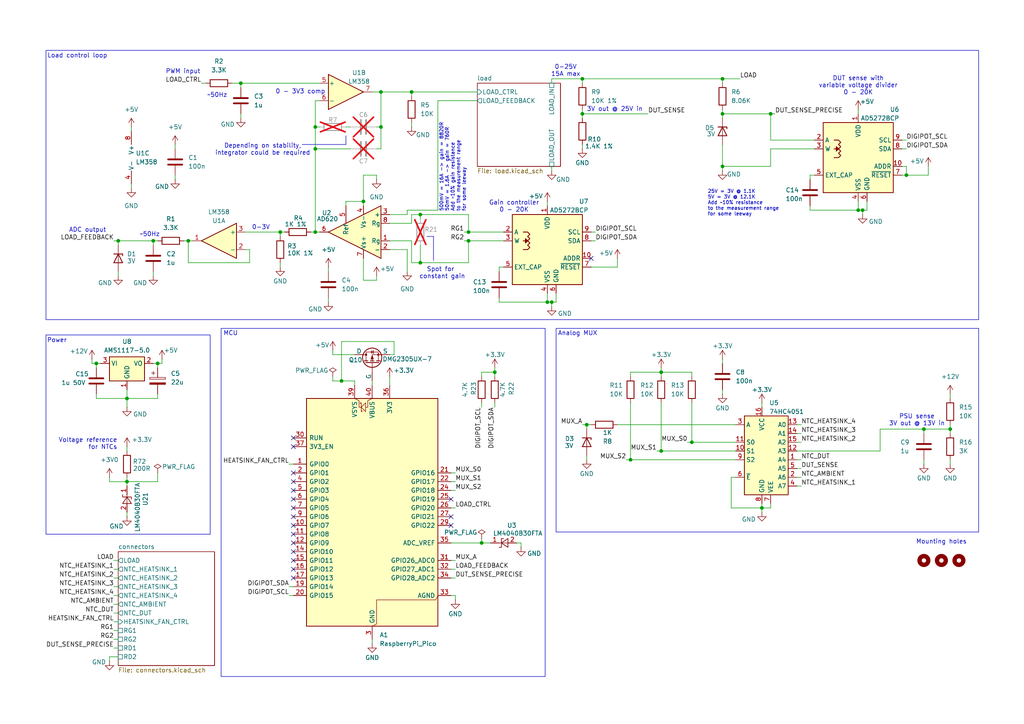
<source format=kicad_sch>
(kicad_sch (version 20250114) (generator "eeschema") (generator_version "9.0")
  (paper "A4")
  (title_block (title "${TITLE}") (rev "${REVISION}"))
  (rectangle (start 13.335 97.155) (end 60.96 154.94))
  (rectangle (start 64.135 95.25) (end 158.115 196.215))
  (rectangle (start 161.29 95.25) (end 283.845 154.305))
  (rectangle (start 13.335 14.605) (end 283.845 92.71))
  (text "~50Hz" (at 62.992 27.686 0) (effects (font (size 1.27 1.27))))
  (text "MCU" (at 64.77 96.774 0) (effects (font (size 1.27 1.27)) (justify left)))
  (text "0-3V" (at 75.692 66.04 0) (effects (font (size 1.27 1.27))))
  (text "25V = 3V @ 1.1K\n5V = 3V @ 12.1K\nAdd ~10% resistance\nto the measurement range \nfor some leeway" (at 205.232 58.928 0) (effects (font (size 1.016 1.016)) (justify left)))
  (text "0 - 3V3 comp" (at 87.122 26.67 0) (effects (font (size 1.27 1.27))))
  (text "Power" (at 16.51 98.806 0) (effects (font (size 1.27 1.27))))
  (text "DUT sense with\nvariable voltage divider\n0 - 20K" (at 248.92 24.892 0) (effects (font (size 1.27 1.27))))
  (text "ADC output" (at 25.4 66.802 0) (effects (font (size 1.27 1.27))))
  (text "Gain controller\n0 - 20K" (at 149.098 59.944 0) (effects (font (size 1.27 1.27))))
  (text "500mV = 16A -> gain = 8820R\n50mV = 1.6A -> gain = 760R\nAdd ~10% gain resistance\nto the measurement range \nfor some leeway" (at 131.318 61.468 90) (effects (font (size 1.016 1.016)) (justify left)))
  (text "PSU sense\n3V out @ 13V in" (at 265.938 121.92 0) (effects (font (size 1.27 1.27))))
  (text "0-25V\n15A max" (at 164.084 20.574 0) (effects (font (size 1.27 1.27))))
  (text "Mounting holes" (at 273.05 157.226 0) (effects (font (size 1.27 1.27))))
  (text "Depending on stability,\nintegrator could be required" (at 76.2 43.434 0) (effects (font (size 1.27 1.27))))
  (text "Analog MUX" (at 161.798 96.774 0) (effects (font (size 1.27 1.27)) (justify left)))
  (text "Load control loop" (at 13.716 16.256 0) (effects (font (size 1.27 1.27)) (justify left)))
  (text "Voltage reference\nfor NTCs" (at 34.036 128.778 0) (effects (font (size 1.27 1.27)) (justify right)))
  (text "Spot for \nconstant gain" (at 128.27 79.248 0) (effects (font (size 1.27 1.27))))
  (text "PWM input" (at 53.086 20.828 0) (effects (font (size 1.27 1.27))))
  (text "3V out @ 25V in" (at 178.308 31.75 0) (effects (font (size 1.27 1.27))))
  (text "~50Hz" (at 43.434 68.072 0) (effects (font (size 1.27 1.27))))
  (junction (at 267.97 124.46))
  (junction (at 223.52 33.02))
  (junction (at 182.88 133.35))
  (junction (at 209.55 48.26))
  (junction (at 110.49 36.83))
  (junction (at 54.61 69.85))
  (junction (at 220.98 147.32))
  (junction (at 27.94 105.41))
  (junction (at 91.44 43.18))
  (junction (at 143.51 107.95))
  (junction (at 91.44 36.83))
  (junction (at 160.02 87.63))
  (junction (at 191.77 107.95))
  (junction (at 69.85 24.13))
  (junction (at 170.18 123.19))
  (junction (at 158.75 87.63))
  (junction (at 91.44 67.31))
  (junction (at 200.66 128.27))
  (junction (at 209.55 22.86))
  (junction (at 119.38 26.67))
  (junction (at 262.89 50.8))
  (junction (at 191.77 130.81))
  (junction (at 209.55 33.02))
  (junction (at 275.59 124.46))
  (junction (at 45.72 105.41))
  (junction (at 36.83 115.57))
  (junction (at 99.06 110.49))
  (junction (at 36.83 139.7))
  (junction (at 139.7 157.48))
  (junction (at 110.49 26.67))
  (junction (at 135.89 69.85))
  (junction (at 34.29 69.85))
  (junction (at 168.91 33.02))
  (junction (at 81.28 67.31))
  (junction (at 250.19 60.96))
  (junction (at 121.92 62.23))
  (junction (at 44.45 69.85))
  (junction (at 248.92 60.96))
  (junction (at 168.91 22.86))
  (junction (at 135.89 67.31))
  (junction (at 105.41 58.42))
  (junction (at 121.92 76.2))
  (no_connect (at 171.45 74.93))
  (no_connect (at 85.09 142.24))
  (no_connect (at 85.09 167.64))
  (no_connect (at 85.09 129.54))
  (no_connect (at 130.81 149.86))
  (no_connect (at 85.09 127))
  (no_connect (at 85.09 165.1))
  (no_connect (at 85.09 149.86))
  (no_connect (at 130.81 152.4))
  (no_connect (at 85.09 154.94))
  (no_connect (at 85.09 162.56))
  (no_connect (at 85.09 137.16))
  (no_connect (at 85.09 147.32))
  (no_connect (at 85.09 144.78))
  (no_connect (at 130.81 144.78))
  (no_connect (at 85.09 152.4))
  (no_connect (at 85.09 157.48))
  (no_connect (at 85.09 160.02))
  (no_connect (at 85.09 139.7))
  (wire (pts (xy 209.55 113.03) (xy 209.55 114.3)))
  (wire (pts (xy 220.98 116.84) (xy 220.98 118.11)))
  (wire (pts (xy 110.49 26.67) (xy 110.49 36.83)))
  (wire (pts (xy 113.03 102.87) (xy 114.3 102.87)))
  (wire (pts (xy 33.02 69.85) (xy 34.29 69.85)))
  (wire (pts (xy 170.18 123.19) (xy 171.45 123.19)))
  (wire (pts (xy 213.36 128.27) (xy 200.66 128.27)))
  (wire (pts (xy 114.3 99.06) (xy 99.06 99.06)))
  (wire (pts (xy 127 29.21) (xy 127 60.96)))
  (wire (pts (xy 200.66 116.84) (xy 200.66 128.27)))
  (wire (pts (xy 34.29 69.85) (xy 44.45 69.85)))
  (wire (pts (xy 45.72 114.3) (xy 45.72 115.57)))
  (wire (pts (xy 36.83 139.7) (xy 36.83 140.97)))
  (wire (pts (xy 168.91 33.02) (xy 187.96 33.02)))
  (wire (pts (xy 143.51 106.68) (xy 143.51 107.95)))
  (wire (pts (xy 130.81 147.32) (xy 132.08 147.32)))
  (wire (pts (xy 107.95 110.49) (xy 107.95 111.76)))
  (wire (pts (xy 261.62 43.18) (xy 262.89 43.18)))
  (wire (pts (xy 50.8 41.91) (xy 50.8 43.18)))
  (wire (pts (xy 135.89 67.31) (xy 135.89 62.23)))
  (wire (pts (xy 171.45 77.47) (xy 179.07 77.47)))
  (wire (pts (xy 33.02 172.72) (xy 34.29 172.72)))
  (wire (pts (xy 46.99 104.14) (xy 46.99 105.41)))
  (wire (pts (xy 119.38 76.2) (xy 121.92 76.2)))
  (wire (pts (xy 36.83 129.54) (xy 36.83 130.81)))
  (wire (pts (xy 135.89 67.31) (xy 146.05 67.31)))
  (wire (pts (xy 100.33 59.69) (xy 100.33 58.42)))
  (wire (pts (xy 151.13 157.48) (xy 151.13 158.75)))
  (wire (pts (xy 231.14 128.27) (xy 232.41 128.27)))
  (wire (pts (xy 119.38 62.23) (xy 121.92 62.23)))
  (wire (pts (xy 231.14 130.81) (xy 255.27 130.81)))
  (wire (pts (xy 223.52 33.02) (xy 224.79 33.02)))
  (wire (pts (xy 255.27 124.46) (xy 267.97 124.46)))
  (wire (pts (xy 69.85 24.13) (xy 69.85 25.4)))
  (wire (pts (xy 130.81 142.24) (xy 132.08 142.24)))
  (wire (pts (xy 144.78 87.63) (xy 158.75 87.63)))
  (wire (pts (xy 275.59 123.19) (xy 275.59 124.46)))
  (wire (pts (xy 168.91 31.75) (xy 168.91 33.02)))
  (wire (pts (xy 82.55 67.31) (xy 81.28 67.31)))
  (wire (pts (xy 182.88 109.22) (xy 182.88 107.95)))
  (wire (pts (xy 139.7 107.95) (xy 143.51 107.95)))
  (wire (pts (xy 27.94 114.3) (xy 27.94 115.57)))
  (wire (pts (xy 83.82 172.72) (xy 85.09 172.72)))
  (wire (pts (xy 209.55 41.91) (xy 209.55 48.26)))
  (wire (pts (xy 105.41 50.8) (xy 109.22 50.8)))
  (wire (pts (xy 160.02 87.63) (xy 160.02 88.9)))
  (wire (pts (xy 190.5 130.81) (xy 191.77 130.81)))
  (wire (pts (xy 191.77 106.68) (xy 191.77 107.95)))
  (wire (pts (xy 146.05 77.47) (xy 144.78 77.47)))
  (wire (pts (xy 34.29 78.74) (xy 34.29 80.01)))
  (wire (pts (xy 223.52 48.26) (xy 223.52 43.18)))
  (wire (pts (xy 209.55 33.02) (xy 209.55 34.29)))
  (wire (pts (xy 179.07 123.19) (xy 213.36 123.19)))
  (wire (pts (xy 130.81 157.48) (xy 139.7 157.48)))
  (wire (pts (xy 130.81 172.72) (xy 132.08 172.72)))
  (wire (pts (xy 213.36 133.35) (xy 182.88 133.35)))
  (wire (pts (xy 119.38 35.56) (xy 119.38 36.83)))
  (wire (pts (xy 58.42 24.13) (xy 59.69 24.13)))
  (wire (pts (xy 234.95 50.8) (xy 234.95 52.07)))
  (wire (pts (xy 234.95 59.69) (xy 234.95 60.96)))
  (wire (pts (xy 91.44 29.21) (xy 91.44 36.83)))
  (wire (pts (xy 92.71 29.21) (xy 91.44 29.21)))
  (wire (pts (xy 158.75 87.63) (xy 160.02 87.63)))
  (wire (pts (xy 267.97 124.46) (xy 275.59 124.46)))
  (wire (pts (xy 44.45 105.41) (xy 45.72 105.41)))
  (wire (pts (xy 99.06 99.06) (xy 99.06 110.49)))
  (wire (pts (xy 33.02 162.56) (xy 34.29 162.56)))
  (wire (pts (xy 248.92 31.75) (xy 248.92 33.02)))
  (wire (pts (xy 95.25 77.47) (xy 95.25 78.74)))
  (wire (pts (xy 31.75 139.7) (xy 31.75 138.43)))
  (wire (pts (xy 143.51 107.95) (xy 143.51 109.22)))
  (wire (pts (xy 29.21 105.41) (xy 27.94 105.41)))
  (wire (pts (xy 168.91 22.86) (xy 209.55 22.86)))
  (wire (pts (xy 96.52 109.22) (xy 96.52 110.49)))
  (wire (pts (xy 134.62 69.85) (xy 135.89 69.85)))
  (wire (pts (xy 144.78 86.36) (xy 144.78 87.63)))
  (wire (pts (xy 139.7 109.22) (xy 139.7 107.95)))
  (wire (pts (xy 31.75 190.5) (xy 34.29 190.5)))
  (wire (pts (xy 231.14 125.73) (xy 232.41 125.73)))
  (wire (pts (xy 81.28 67.31) (xy 81.28 68.58)))
  (wire (pts (xy 38.1 36.83) (xy 38.1 38.1)))
  (wire (pts (xy 168.91 24.13) (xy 168.91 22.86)))
  (wire (pts (xy 130.81 167.64) (xy 132.08 167.64)))
  (wire (pts (xy 262.89 50.8) (xy 269.24 50.8)))
  (wire (pts (xy 209.55 33.02) (xy 223.52 33.02)))
  (wire (pts (xy 248.92 60.96) (xy 250.19 60.96)))
  (wire (pts (xy 119.38 64.77) (xy 119.38 62.23)))
  (wire (pts (xy 26.67 105.41) (xy 27.94 105.41)))
  (wire (pts (xy 36.83 115.57) (xy 45.72 115.57)))
  (wire (pts (xy 119.38 26.67) (xy 138.43 26.67)))
  (wire (pts (xy 209.55 48.26) (xy 223.52 48.26)))
  (wire (pts (xy 261.62 48.26) (xy 262.89 48.26)))
  (wire (pts (xy 191.77 107.95) (xy 200.66 107.95)))
  (wire (pts (xy 107.95 26.67) (xy 110.49 26.67)))
  (wire (pts (xy 132.08 172.72) (xy 132.08 173.99)))
  (wire (pts (xy 220.98 147.32) (xy 220.98 148.59)))
  (wire (pts (xy 160.02 87.63) (xy 161.29 87.63)))
  (wire (pts (xy 114.3 102.87) (xy 114.3 99.06)))
  (wire (pts (xy 182.88 107.95) (xy 191.77 107.95)))
  (wire (pts (xy 231.14 140.97) (xy 232.41 140.97)))
  (wire (pts (xy 143.51 116.84) (xy 143.51 118.11)))
  (wire (pts (xy 91.44 36.83) (xy 92.71 36.83)))
  (wire (pts (xy 223.52 43.18) (xy 236.22 43.18)))
  (wire (pts (xy 209.55 22.86) (xy 214.63 22.86)))
  (wire (pts (xy 83.82 170.18) (xy 85.09 170.18)))
  (wire (pts (xy 110.49 43.18) (xy 110.49 36.83)))
  (wire (pts (xy 160.02 24.13) (xy 160.02 22.86)))
  (wire (pts (xy 209.55 31.75) (xy 209.55 33.02)))
  (wire (pts (xy 267.97 133.35) (xy 267.97 134.62)))
  (wire (pts (xy 231.14 133.35) (xy 232.41 133.35)))
  (wire (pts (xy 212.09 138.43) (xy 213.36 138.43)))
  (wire (pts (xy 130.81 162.56) (xy 132.08 162.56)))
  (wire (pts (xy 234.95 60.96) (xy 248.92 60.96)))
  (wire (pts (xy 113.03 64.77) (xy 119.38 64.77)))
  (wire (pts (xy 236.22 50.8) (xy 234.95 50.8)))
  (wire (pts (xy 212.09 147.32) (xy 220.98 147.32)))
  (wire (pts (xy 113.03 72.39) (xy 118.11 72.39)))
  (wire (pts (xy 31.75 139.7) (xy 36.83 139.7)))
  (wire (pts (xy 113.03 62.23) (xy 118.11 62.23)))
  (wire (pts (xy 168.91 33.02) (xy 168.91 34.29)))
  (wire (pts (xy 119.38 26.67) (xy 119.38 27.94)))
  (wire (pts (xy 267.97 125.73) (xy 267.97 124.46)))
  (wire (pts (xy 71.12 67.31) (xy 81.28 67.31)))
  (wire (pts (xy 223.52 146.05) (xy 223.52 147.32)))
  (polyline (pts (xy 87.63 41.91) (xy 100.33 41.91)))
  (wire (pts (xy 101.6 43.18) (xy 91.44 43.18)))
  (wire (pts (xy 100.33 36.83) (xy 101.6 36.83)))
  (wire (pts (xy 139.7 157.48) (xy 139.7 156.21)))
  (wire (pts (xy 27.94 115.57) (xy 36.83 115.57)))
  (wire (pts (xy 261.62 40.64) (xy 262.89 40.64)))
  (wire (pts (xy 220.98 146.05) (xy 220.98 147.32)))
  (wire (pts (xy 160.02 22.86) (xy 168.91 22.86)))
  (wire (pts (xy 36.83 138.43) (xy 36.83 139.7)))
  (wire (pts (xy 69.85 33.02) (xy 69.85 34.29)))
  (wire (pts (xy 91.44 36.83) (xy 91.44 43.18)))
  (wire (pts (xy 119.38 69.85) (xy 119.38 76.2)))
  (wire (pts (xy 113.03 69.85) (xy 119.38 69.85)))
  (wire (pts (xy 54.61 76.2) (xy 54.61 69.85)))
  (wire (pts (xy 220.98 147.32) (xy 223.52 147.32)))
  (wire (pts (xy 255.27 130.81) (xy 255.27 124.46)))
  (wire (pts (xy 231.14 123.19) (xy 232.41 123.19)))
  (wire (pts (xy 250.19 60.96) (xy 250.19 62.23)))
  (wire (pts (xy 269.24 50.8) (xy 269.24 48.26)))
  (wire (pts (xy 160.02 48.26) (xy 160.02 49.53)))
  (wire (pts (xy 83.82 134.62) (xy 85.09 134.62)))
  (wire (pts (xy 33.02 182.88) (xy 34.29 182.88)))
  (wire (pts (xy 168.91 41.91) (xy 168.91 43.18)))
  (wire (pts (xy 250.19 60.96) (xy 251.46 60.96)))
  (wire (pts (xy 102.87 110.49) (xy 102.87 111.76)))
  (wire (pts (xy 54.61 69.85) (xy 55.88 69.85)))
  (wire (pts (xy 181.61 133.35) (xy 182.88 133.35)))
  (wire (pts (xy 36.83 115.57) (xy 36.83 118.11)))
  (wire (pts (xy 191.77 116.84) (xy 191.77 130.81)))
  (wire (pts (xy 142.24 157.48) (xy 139.7 157.48)))
  (wire (pts (xy 118.11 72.39) (xy 118.11 78.74)))
  (wire (pts (xy 200.66 107.95) (xy 200.66 109.22)))
  (wire (pts (xy 33.02 175.26) (xy 34.29 175.26)))
  (wire (pts (xy 105.41 50.8) (xy 105.41 58.42)))
  (wire (pts (xy 231.14 135.89) (xy 232.41 135.89)))
  (wire (pts (xy 100.33 58.42) (xy 105.41 58.42)))
  (wire (pts (xy 130.81 137.16) (xy 132.08 137.16)))
  (wire (pts (xy 45.72 105.41) (xy 45.72 106.68)))
  (wire (pts (xy 144.78 77.47) (xy 144.78 78.74)))
  (wire (pts (xy 36.83 148.59) (xy 36.83 149.86)))
  (wire (pts (xy 127 60.96) (xy 118.11 60.96)))
  (wire (pts (xy 33.02 167.64) (xy 34.29 167.64)))
  (wire (pts (xy 109.22 50.8) (xy 109.22 52.07)))
  (wire (pts (xy 170.18 132.08) (xy 170.18 133.35)))
  (wire (pts (xy 135.89 69.85) (xy 146.05 69.85)))
  (wire (pts (xy 109.22 43.18) (xy 110.49 43.18)))
  (wire (pts (xy 161.29 85.09) (xy 161.29 87.63)))
  (wire (pts (xy 53.34 69.85) (xy 54.61 69.85)))
  (wire (pts (xy 121.92 76.2) (xy 135.89 76.2)))
  (wire (pts (xy 275.59 114.3) (xy 275.59 115.57)))
  (wire (pts (xy 149.86 157.48) (xy 151.13 157.48)))
  (wire (pts (xy 118.11 60.96) (xy 118.11 62.23)))
  (wire (pts (xy 72.39 76.2) (xy 54.61 76.2)))
  (wire (pts (xy 45.72 139.7) (xy 45.72 137.16)))
  (wire (pts (xy 212.09 138.43) (xy 212.09 147.32)))
  (wire (pts (xy 223.52 40.64) (xy 236.22 40.64)))
  (wire (pts (xy 121.92 62.23) (xy 135.89 62.23)))
  (wire (pts (xy 182.88 116.84) (xy 182.88 133.35)))
  (wire (pts (xy 91.44 43.18) (xy 91.44 67.31)))
  (wire (pts (xy 72.39 72.39) (xy 72.39 76.2)))
  (wire (pts (xy 26.67 104.14) (xy 26.67 105.41)))
  (wire (pts (xy 158.75 58.42) (xy 158.75 59.69)))
  (wire (pts (xy 231.14 138.43) (xy 232.41 138.43)))
  (wire (pts (xy 105.41 81.28) (xy 109.22 81.28)))
  (wire (pts (xy 171.45 69.85) (xy 172.72 69.85)))
  (wire (pts (xy 90.17 67.31) (xy 91.44 67.31)))
  (wire (pts (xy 109.22 81.28) (xy 109.22 80.01)))
  (wire (pts (xy 69.85 24.13) (xy 92.71 24.13)))
  (wire (pts (xy 139.7 116.84) (xy 139.7 118.11)))
  (wire (pts (xy 27.94 105.41) (xy 27.94 106.68)))
  (polyline (pts (xy 100.33 39.37) (xy 100.33 41.91)))
  (wire (pts (xy 31.75 190.5) (xy 31.75 191.77)))
  (wire (pts (xy 261.62 50.8) (xy 262.89 50.8)))
  (wire (pts (xy 50.8 50.8) (xy 50.8 52.07)))
  (wire (pts (xy 36.83 139.7) (xy 45.72 139.7)))
  (wire (pts (xy 99.06 110.49) (xy 102.87 110.49)))
  (wire (pts (xy 275.59 133.35) (xy 275.59 134.62)))
  (wire (pts (xy 248.92 58.42) (xy 248.92 60.96)))
  (wire (pts (xy 107.95 185.42) (xy 107.95 186.69)))
  (wire (pts (xy 33.02 180.34) (xy 34.29 180.34)))
  (wire (pts (xy 130.81 139.7) (xy 132.08 139.7)))
  (wire (pts (xy 121.92 71.12) (xy 121.92 76.2)))
  (wire (pts (xy 223.52 40.64) (xy 223.52 33.02)))
  (wire (pts (xy 170.18 124.46) (xy 170.18 123.19)))
  (wire (pts (xy 134.62 67.31) (xy 135.89 67.31)))
  (wire (pts (xy 45.72 105.41) (xy 46.99 105.41)))
  (wire (pts (xy 121.92 62.23) (xy 121.92 63.5)))
  (wire (pts (xy 209.55 48.26) (xy 209.55 49.53)))
  (wire (pts (xy 138.43 29.21) (xy 127 29.21)))
  (wire (pts (xy 168.91 123.19) (xy 170.18 123.19)))
  (polyline (pts (xy 123.825 68.58) (xy 125.73 68.58)))
  (wire (pts (xy 209.55 104.14) (xy 209.55 105.41)))
  (wire (pts (xy 102.87 102.87) (xy 96.52 102.87)))
  (wire (pts (xy 96.52 102.87) (xy 96.52 101.6)))
  (wire (pts (xy 91.44 67.31) (xy 92.71 67.31)))
  (wire (pts (xy 96.52 110.49) (xy 99.06 110.49)))
  (wire (pts (xy 275.59 124.46) (xy 275.59 125.73)))
  (wire (pts (xy 34.29 69.85) (xy 34.29 71.12)))
  (wire (pts (xy 45.72 69.85) (xy 44.45 69.85)))
  (wire (pts (xy 158.75 85.09) (xy 158.75 87.63)))
  (wire (pts (xy 179.07 77.47) (xy 179.07 74.93)))
  (wire (pts (xy 44.45 69.85) (xy 44.45 71.12)))
  (wire (pts (xy 33.02 165.1) (xy 34.29 165.1)))
  (wire (pts (xy 209.55 24.13) (xy 209.55 22.86)))
  (wire (pts (xy 33.02 187.96) (xy 34.29 187.96)))
  (wire (pts (xy 113.03 109.22) (xy 113.03 111.76)))
  (wire (pts (xy 135.89 69.85) (xy 135.89 76.2)))
  (wire (pts (xy 67.31 24.13) (xy 69.85 24.13)))
  (wire (pts (xy 38.1 53.34) (xy 38.1 54.61)))
  (wire (pts (xy 109.22 36.83) (xy 110.49 36.83)))
  (wire (pts (xy 95.25 86.36) (xy 95.25 87.63)))
  (wire (pts (xy 110.49 26.67) (xy 119.38 26.67)))
  (wire (pts (xy 44.45 78.74) (xy 44.45 80.01)))
  (wire (pts (xy 199.39 128.27) (xy 200.66 128.27)))
  (wire (pts (xy 251.46 58.42) (xy 251.46 60.96)))
  (wire (pts (xy 262.89 48.26) (xy 262.89 50.8)))
  (wire (pts (xy 130.81 165.1) (xy 132.08 165.1)))
  (wire (pts (xy 33.02 185.42) (xy 34.29 185.42)))
  (wire (pts (xy 81.28 76.2) (xy 81.28 77.47)))
  (wire (pts (xy 36.83 113.03) (xy 36.83 115.57)))
  (wire (pts (xy 71.12 72.39) (xy 72.39 72.39)))
  (wire (pts (xy 105.41 74.93) (xy 105.41 81.28)))
  (wire (pts (xy 33.02 170.18) (xy 34.29 170.18)))
  (wire (pts (xy 33.02 177.8) (xy 34.29 177.8)))
  (wire (pts (xy 191.77 107.95) (xy 191.77 109.22)))
  (polyline (pts (xy 125.73 68.58) (xy 125.73 75.565)))
  (wire (pts (xy 213.36 130.81) (xy 191.77 130.81)))
  (wire (pts (xy 105.41 59.69) (xy 105.41 58.42)))
  (wire (pts (xy 171.45 67.31) (xy 172.72 67.31)))
  (label "NTC_HEATSINK_4" (at 33.02 172.72 180))
  (label "MUX_S0" (at 132.08 137.16 0))
  (label "HEATSINK_FAN_CTRL" (at 83.82 134.62 180))
  (label "MUX_S2" (at 132.08 142.24 0))
  (label "DIGIPOT_SCL" (at 262.89 40.64 0))
  (label "DIGIPOT_SCL" (at 172.72 67.31 0))
  (label "NTC_HEATSINK_3" (at 33.02 170.18 180))
  (label "NTC_HEATSINK_4" (at 232.41 123.19 0))
  (label "MUX_S0" (at 199.39 128.27 180))
  (label "NTC_AMBIENT" (at 232.41 138.43 0))
  (label "LOAD_CTRL" (at 58.42 24.13 180))
  (label "HEATSINK_FAN_CTRL" (at 33.02 180.34 180))
  (label "DUT_SENSE" (at 187.96 33.02 0))
  (label "MUX_S2" (at 181.61 133.35 180))
  (label "DIGIPOT_SCL" (at 139.7 118.11 270))
  (label "DIGIPOT_SDA" (at 143.51 118.11 270))
  (label "RG2" (at 134.62 69.85 180))
  (label "LOAD" (at 33.02 162.56 180))
  (label "LOAD_CTRL" (at 132.08 147.32 0))
  (label "NTC_HEATSINK_1" (at 33.02 165.1 180))
  (label "DUT_SENSE_PRECISE" (at 132.08 167.64 0))
  (label "RG2" (at 33.02 185.42 180))
  (label "DUT_SENSE" (at 232.41 135.89 0))
  (label "RG1" (at 33.02 182.88 180))
  (label "DIGIPOT_SCL" (at 83.82 172.72 180))
  (label "NTC_DUT" (at 232.41 133.35 0))
  (label "RG1" (at 134.62 67.31 180))
  (label "DUT_SENSE_PRECISE" (at 224.79 33.02 0))
  (label "LOAD_FEEDBACK" (at 33.02 69.85 180))
  (label "NTC_HEATSINK_1" (at 232.41 140.97 0))
  (label "NTC_AMBIENT" (at 33.02 175.26 180))
  (label "MUX_S1" (at 132.08 139.7 0))
  (label "DIGIPOT_SDA" (at 262.89 43.18 0))
  (label "LOAD_FEEDBACK" (at 132.08 165.1 0))
  (label "NTC_HEATSINK_2" (at 33.02 167.64 180))
  (label "NTC_HEATSINK_3" (at 232.41 125.73 0))
  (label "MUX_A" (at 132.08 162.56 0))
  (label "LOAD" (at 214.63 22.86 0))
  (label "DIGIPOT_SDA" (at 172.72 69.85 0))
  (label "DUT_SENSE_PRECISE" (at 33.02 187.96 180))
  (label "DIGIPOT_SDA" (at 83.82 170.18 180))
  (label "MUX_S1" (at 190.5 130.81 180))
  (label "NTC_HEATSINK_2" (at 232.41 128.27 0))
  (label "NTC_DUT" (at 33.02 177.8 180))
  (label "MUX_A" (at 168.91 123.19 180))
  (symbol (lib_id "Amplifier_Operational:LM358") (at 100.33 26.67 0) (unit 2)
    (property "Reference" "U1" (at 104.14 21.082 0))
    (property "Value" "LM358" (at 104.14 23.622 0))
    (property "Footprint" "Package_SO:SOIC-8_3.9x4.9mm_P1.27mm" (effects (hide yes)))
    (property "Datasheet" "\".\\datasheets\\LM358.pdf\"" (effects (hide yes)))
    (property "Description" "Low-Power, Dual Operational Amplifiers, DIP-8/SOIC-8/TO-99-8" (effects (hide yes)))
    (property "LCSC Part #" "C7950" (effects (hide yes)))
  )
  (symbol (lib_id "Amplifier_Operational:LM358") (at 63.5 69.85 0) (mirror y) (unit 1)
    (property "Reference" "U1" (at 63.5 64.008 0))
    (property "Value" "LM358" (at 63.5 61.468 0))
    (property "Footprint" "Package_SO:SOIC-8_3.9x4.9mm_P1.27mm" (effects (hide yes)))
    (property "Datasheet" "\".\\datasheets\\LM358.pdf\"" (effects (hide yes)))
    (property "Description" "Low-Power, Dual Operational Amplifiers, DIP-8/SOIC-8/TO-99-8" (effects (hide yes)))
    (property "LCSC Part #" "C7950" (effects (hide yes)))
  )
  (symbol (lib_id "Device:R") (at 200.66 113.03 180) (unit 1)
    (property "Reference" "R13" (at 194.564 111.76 0) (effects (justify right)))
    (property "Value" "10K" (at 194.564 114.3 0) (effects (justify right)))
    (property "Footprint" "Resistor_SMD:R_1206_3216Metric_Pad1.30x1.75mm_HandSolder" (effects (hide yes)))
    (property "Description" "Resistor" (effects (hide yes)))
    (property "LCSC Part #" "C17902" (effects (hide yes)))
  )
  (symbol (lib_id "power:+5V") (at 96.52 101.6 0) (unit 1)
    (property "Reference" "#PWR014" (effects (hide yes)))
    (property "Value" "+5V" (at 93.472 100.076 0))
    (property "Description" "Power symbol creates a global label with name \"+5V\"" (effects (hide yes)))
  )
  (symbol (lib_id "Device:C") (at 27.94 110.49 180) (unit 1)
    (property "Reference" "C15" (at 21.844 108.458 0) (effects (justify right)))
    (property "Value" "1u 50V" (at 17.78 110.998 0) (effects (justify right)))
    (property "Footprint" "Capacitor_SMD:C_1206_3216Metric_Pad1.33x1.80mm_HandSolder" (effects (hide yes)))
    (property "Description" "50V" (effects (hide yes)))
    (property "LCSC Part #" "C1848" (effects (hide yes)))
  )
  (symbol (lib_id "power:GND") (at 160.02 49.53 0) (unit 1)
    (property "Reference" "#PWR024" (effects (hide yes)))
    (property "Value" "GND" (at 163.322 52.07 0))
    (property "Description" "Power symbol creates a global label with name \"GND\" , ground" (effects (hide yes)))
  )
  (symbol (lib_id "Device:R") (at 168.91 27.94 180) (unit 1)
    (property "Reference" "R9" (at 171.45 26.6699 0) (effects (justify right)))
    (property "Value" "10K 1%" (at 171.45 29.2099 0) (effects (justify right)))
    (property "Footprint" "Resistor_SMD:R_1206_3216Metric_Pad1.30x1.75mm_HandSolder" (effects (hide yes)))
    (property "Description" "Resistor" (effects (hide yes)))
    (property "LCSC Part #" "C136889" (effects (hide yes)))
  )
  (symbol (lib_id "power:GND") (at 31.75 191.77 0) (unit 1)
    (property "Reference" "#PWR052" (effects (hide yes)))
    (property "Value" "GND" (at 28.702 192.024 0))
    (property "Description" "Power symbol creates a global label with name \"GND\" , ground" (effects (hide yes)))
  )
  (symbol (lib_id "power:+12V") (at 275.59 114.3 0) (unit 1)
    (property "Reference" "#PWR039" (effects (hide yes)))
    (property "Value" "+12V" (at 275.59 109.22 0))
    (property "Description" "Power symbol creates a global label with name \"+12V\"" (effects (hide yes)))
  )
  (symbol (lib_id "power:PWR_FLAG") (at 45.72 137.16 0) (unit 1)
    (property "Reference" "#FLG03" (effects (hide yes)))
    (property "Value" "PWR_FLAG" (at 51.816 135.382 0))
    (property "Description" "Special symbol for telling ERC where power comes from" (effects (hide yes)))
  )
  (symbol (lib_id "power:GND") (at 132.08 173.99 0) (unit 1)
    (property "Reference" "#PWR022" (effects (hide yes)))
    (property "Value" "GND" (at 132.08 178.054 0))
    (property "Description" "Power symbol creates a global label with name \"GND\" , ground" (effects (hide yes)))
  )
  (symbol (lib_id "Device:R") (at 143.51 113.03 0) (unit 1)
    (property "Reference" "R22" (at 148.336 110.744 90) (effects (justify right)))
    (property "Value" "4.7K" (at 145.796 110.744 90) (effects (justify right)))
    (property "Footprint" "Resistor_SMD:R_1206_3216Metric_Pad1.30x1.75mm_HandSolder" (effects (hide yes)))
    (property "Description" "Resistor" (effects (hide yes)))
    (property "LCSC Part #" "C17936" (effects (hide yes)))
  )
  (symbol (lib_id "power:GND") (at 95.25 87.63 0) (unit 1)
    (property "Reference" "#PWR013" (effects (hide yes)))
    (property "Value" "GND" (at 91.44 89.662 0))
    (property "Description" "Power symbol creates a global label with name \"GND\" , ground" (effects (hide yes)))
  )
  (symbol (lib_id "Mechanical:MountingHole") (at 278.13 162.56 270) (unit 1) (in_bom no)
    (property "Reference" "H1" (effects (hide yes)))
    (property "Value" "MountingHole" (effects (hide yes)))
    (property "Footprint" "MountingHole:MountingHole_3.2mm_M3_Pad_Via" (effects (hide yes)))
    (property "Description" "Mounting Hole without connection" (effects (hide yes)))
  )
  (symbol (lib_id "power:GND") (at 119.38 36.83 0) (unit 1)
    (property "Reference" "#PWR016" (effects (hide yes)))
    (property "Value" "GND" (at 122.682 39.116 0))
    (property "Description" "Power symbol creates a global label with name \"GND\" , ground" (effects (hide yes)))
  )
  (symbol (lib_id "power:GND") (at 34.29 80.01 0) (unit 1)
    (property "Reference" "#PWR03" (effects (hide yes)))
    (property "Value" "GND" (at 30.48 82.042 0))
    (property "Description" "Power symbol creates a global label with name \"GND\" , ground" (effects (hide yes)))
  )
  (symbol (lib_id "Amplifier_Operational:LM358") (at 40.64 45.72 0) (unit 3)
    (property "Reference" "U1" (at 39.37 44.4499 0) (effects (justify left)))
    (property "Value" "LM358" (at 39.37 46.9899 0) (effects (justify left)))
    (property "Footprint" "Package_SO:SOIC-8_3.9x4.9mm_P1.27mm" (effects (hide yes)))
    (property "Datasheet" "\".\\datasheets\\LM358.pdf\"" (effects (hide yes)))
    (property "Description" "Low-Power, Dual Operational Amplifiers, DIP-8/SOIC-8/TO-99-8" (effects (hide yes)))
    (property "LCSC Part #" "C7950" (effects (hide yes)))
  )
  (symbol (lib_id "Device:C_Polarized") (at 45.72 110.49 0) (unit 1)
    (property "Reference" "C5" (at 49.53 108.3309 0) (effects (justify left)))
    (property "Value" "22u" (at 49.53 110.8709 0) (effects (justify left)))
    (property "Footprint" "Capacitor_SMD:C_1206_3216Metric_Pad1.33x1.80mm_HandSolder" (effects (hide yes)))
    (property "Description" "Polarized capacitor" (effects (hide yes)))
    (property "LCSC Part #" "C6328904" (effects (hide yes)))
  )
  (symbol (lib_id "Device:D_Zener") (at 209.55 38.1 270) (unit 1)
    (property "Reference" "D5" (at 204.47 37.084 90) (effects (justify left)))
    (property "Value" "3V" (at 204.978 38.862 90) (effects (justify left)))
    (property "Footprint" "Diode_SMD:D_SOD-123" (effects (hide yes)))
    (property "Description" "Zener diode" (effects (hide yes)))
    (property "LCSC Part #" "C2903916" (effects (hide yes)))
  )
  (symbol (lib_id "Device:R") (at 168.91 38.1 180) (unit 1)
    (property "Reference" "R10" (at 170.434 40.386 0) (effects (justify right)))
    (property "Value" "1.4K 1%" (at 169.672 42.418 0) (effects (justify right)))
    (property "Footprint" "Resistor_SMD:R_1206_3216Metric_Pad1.30x1.75mm_HandSolder" (effects (hide yes)))
    (property "Description" "Resistor" (effects (hide yes)))
    (property "LCSC Part #" "C5713320" (effects (hide yes)))
  )
  (symbol (lib_id "power:+5V") (at 46.99 104.14 0) (unit 1)
    (property "Reference" "#PWR048" (effects (hide yes)))
    (property "Value" "+5V" (at 49.53 101.6 0))
    (property "Description" "Power symbol creates a global label with name \"+5V\"" (effects (hide yes)))
  )
  (symbol (lib_id "power:GND") (at 209.55 49.53 0) (unit 1)
    (property "Reference" "#PWR051" (effects (hide yes)))
    (property "Value" "GND" (at 212.852 50.546 0))
    (property "Description" "Power symbol creates a global label with name \"GND\" , ground" (effects (hide yes)))
  )
  (symbol (lib_id "power:GND") (at 107.95 186.69 0) (unit 1)
    (property "Reference" "#PWR015" (effects (hide yes)))
    (property "Value" "GND" (at 107.95 190.754 0))
    (property "Description" "Power symbol creates a global label with name \"GND\" , ground" (effects (hide yes)))
  )
  (symbol (lib_id "power:+5V") (at 109.22 80.01 0) (mirror y) (unit 1)
    (property "Reference" "#PWR018" (effects (hide yes)))
    (property "Value" "+5V" (at 112.268 77.978 0))
    (property "Description" "Power symbol creates a global label with name \"+5V\"" (effects (hide yes)))
  )
  (symbol (lib_id "Device:R") (at 275.59 129.54 180) (unit 1)
    (property "Reference" "R16" (at 278.13 128.2699 0) (effects (justify right)))
    (property "Value" "3K" (at 278.13 130.8099 0) (effects (justify right)))
    (property "Footprint" "Resistor_SMD:R_1206_3216Metric_Pad1.30x1.75mm_HandSolder" (effects (hide yes)))
    (property "Description" "Resistor" (effects (hide yes)))
    (property "LCSC Part #" "C18012" (effects (hide yes)))
  )
  (symbol (lib_id "power:GND") (at 36.83 149.86 0) (unit 1)
    (property "Reference" "#PWR090" (effects (hide yes)))
    (property "Value" "GND" (at 33.782 152.654 0))
    (property "Description" "Power symbol creates a global label with name \"GND\" , ground" (effects (hide yes)))
  )
  (symbol (lib_id "Device:C") (at 209.55 109.22 180) (unit 1)
    (property "Reference" "C8" (at 213.36 107.9499 0) (effects (justify right)))
    (property "Value" "100n" (at 213.36 110.4899 0) (effects (justify right)))
    (property "Footprint" "Capacitor_SMD:C_1206_3216Metric_Pad1.33x1.80mm_HandSolder" (effects (hide yes)))
    (property "Description" "Unpolarized capacitor" (effects (hide yes)))
    (property "LCSC Part #" "C24497" (effects (hide yes)))
  )
  (symbol (lib_id "Device:C") (at 105.41 43.18 270) (unit 1) (dnp yes)
    (property "Reference" "C7" (at 105.41 46.736 90))
    (property "Value" "TDB" (effects (hide yes)))
    (property "Footprint" "Capacitor_SMD:C_1206_3216Metric_Pad1.33x1.80mm_HandSolder" (effects (hide yes)))
    (property "Description" "Unpolarized capacitor" (effects (hide yes)))
  )
  (symbol (lib_id "Device:R") (at 63.5 24.13 90) (unit 1)
    (property "Reference" "R2" (at 63.5 17.78 90))
    (property "Value" "3.3K" (at 63.5 20.32 90))
    (property "Footprint" "Resistor_SMD:R_1206_3216Metric_Pad1.30x1.75mm_HandSolder" (effects (hide yes)))
    (property "Description" "Resistor" (effects (hide yes)))
    (property "LCSC Part #" "C2907469" (effects (hide yes)))
  )
  (symbol (lib_id "Device:R") (at 121.92 67.31 0) (mirror x) (unit 1) (dnp yes)
    (property "Reference" "R21" (at 127 66.548 0) (effects (justify right)))
    (property "Value" "TBD" (effects (hide yes)))
    (property "Footprint" "Resistor_SMD:R_1206_3216Metric_Pad1.30x1.75mm_HandSolder" (effects (hide yes)))
    (property "Description" "Resistor" (effects (hide yes)))
  )
  (symbol (lib_id "Regulator_Linear:AMS1117-5.0") (at 36.83 105.41 0) (unit 1)
    (property "Reference" "U8" (at 36.83 99.06 0))
    (property "Value" "AMS1117-5.0" (at 36.83 101.6 0))
    (property "Footprint" "Package_TO_SOT_SMD:SOT-223-3_TabPin2" (effects (hide yes)))
    (property "Datasheet" "\".\\datasheets\\AMS1117-5.0.pdf\"" (effects (hide yes)))
    (property "Description" "1A Low Dropout regulator, positive, 5.0V fixed output, SOT-223" (effects (hide yes)))
    (property "LCSC Part #" "C6187" (effects (hide yes)))
  )
  (symbol (lib_id "power:GND") (at 168.91 43.18 0) (unit 1)
    (property "Reference" "#PWR027" (effects (hide yes)))
    (property "Value" "GND" (at 168.91 47.244 0))
    (property "Description" "Power symbol creates a global label with name \"GND\" , ground" (effects (hide yes)))
  )
  (symbol (lib_id "Device:R") (at 209.55 27.94 180) (unit 1)
    (property "Reference" "R6" (at 212.09 26.6699 0) (effects (justify right)))
    (property "Value" "8.06K" (at 212.09 29.2099 0) (effects (justify right)))
    (property "Footprint" "Resistor_SMD:R_1206_3216Metric_Pad1.30x1.75mm_HandSolder" (effects (hide yes)))
    (property "Description" "Resistor" (effects (hide yes)))
    (property "LCSC Part #" "C3017010" (effects (hide yes)))
  )
  (symbol (lib_id "Potentiometer_Digital:AD5272BCP") (at 248.92 45.72 0) (mirror y) (unit 1)
    (property "Reference" "U6" (at 260.858 31.75 0) (effects (justify left)))
    (property "Value" "AD5272BCP" (at 260.858 34.29 0) (effects (justify left)))
    (property "Footprint" "Package_CSP:LFCSP-WD-10-1EP_3x3mm_P0.5mm_EP1.64x2.38mm" (effects (hide yes)))
    (property "Datasheet" "\".\\datasheets\\AD5272BCP.pdf\"" (effects (hide yes)))
    (property "Description" "Digital potentiometer, 1024 position, 1% Resistor Tolerance, I2C interface, LFCSP-10" (effects (hide yes)))
    (property "LCSC Part #" "C649480" (effects (hide yes)))
  )
  (symbol (lib_id "Device:R") (at 182.88 113.03 180) (unit 1)
    (property "Reference" "R11" (at 176.784 111.76 0) (effects (justify right)))
    (property "Value" "10K" (at 176.784 114.3 0) (effects (justify right)))
    (property "Footprint" "Resistor_SMD:R_1206_3216Metric_Pad1.30x1.75mm_HandSolder" (effects (hide yes)))
    (property "Description" "Resistor" (effects (hide yes)))
    (property "LCSC Part #" "C17902" (effects (hide yes)))
  )
  (symbol (lib_id "Device:C") (at 44.45 74.93 180) (unit 1)
    (property "Reference" "C2" (at 48.26 73.6599 0) (effects (justify right)))
    (property "Value" "1u" (at 48.26 76.1999 0) (effects (justify right)))
    (property "Footprint" "Capacitor_SMD:C_1206_3216Metric_Pad1.33x1.80mm_HandSolder" (effects (hide yes)))
    (property "Description" "Unpolarized capacitor" (effects (hide yes)))
    (property "LCSC Part #" "C1848" (effects (hide yes)))
  )
  (symbol (lib_id "Device:R") (at 86.36 67.31 270) (unit 1)
    (property "Reference" "R4" (at 87.884 63.246 90) (effects (justify right)))
    (property "Value" "1K 1%" (at 88.9 65.024 90) (effects (justify right)))
    (property "Footprint" "Resistor_SMD:R_1206_3216Metric_Pad1.30x1.75mm_HandSolder" (effects (hide yes)))
    (property "Description" "Resistor" (effects (hide yes)))
    (property "LCSC Part #" "C706405" (effects (hide yes)))
  )
  (symbol (lib_id "power:GND") (at 267.97 134.62 0) (unit 1)
    (property "Reference" "#PWR034" (effects (hide yes)))
    (property "Value" "GND" (at 267.97 138.684 0))
    (property "Description" "Power symbol creates a global label with name \"GND\" , ground" (effects (hide yes)))
  )
  (symbol (lib_id "power:GND") (at 275.59 134.62 0) (unit 1)
    (property "Reference" "#PWR036" (effects (hide yes)))
    (property "Value" "GND" (at 275.59 138.684 0))
    (property "Description" "Power symbol creates a global label with name \"GND\" , ground" (effects (hide yes)))
  )
  (symbol (lib_id "power:+3.3V") (at 113.03 109.22 0) (unit 1)
    (property "Reference" "#PWR019" (effects (hide yes)))
    (property "Value" "+3.3V" (at 117.094 107.442 0))
    (property "Description" "Power symbol creates a global label with name \"+3.3V\"" (effects (hide yes)))
  )
  (symbol (lib_id "power:+3.3V") (at 220.98 116.84 0) (unit 1)
    (property "Reference" "#PWR030" (effects (hide yes)))
    (property "Value" "+3.3V" (at 220.98 113.03 0))
    (property "Description" "Power symbol creates a global label with name \"+3.3V\"" (effects (hide yes)))
  )
  (symbol (lib_id "power:GND") (at 50.8 52.07 0) (unit 1)
    (property "Reference" "#PWR06" (effects (hide yes)))
    (property "Value" "GND" (at 46.99 54.102 0))
    (property "Description" "Power symbol creates a global label with name \"GND\" , ground" (effects (hide yes)))
  )
  (symbol (lib_id "power:GND") (at 38.1 54.61 0) (unit 1)
    (property "Reference" "#PWR02" (effects (hide yes)))
    (property "Value" "GND" (at 38.1 59.69 0))
    (property "Description" "Power symbol creates a global label with name \"GND\" , ground" (effects (hide yes)))
  )
  (symbol (lib_id "Device:R") (at 36.83 134.62 0) (mirror x) (unit 1)
    (property "Reference" "R72" (at 42.418 133.858 0) (effects (justify right)))
    (property "Value" "200R" (at 43.688 135.89 0) (effects (justify right)))
    (property "Footprint" "Resistor_SMD:R_1206_3216Metric_Pad1.30x1.75mm_HandSolder" (effects (hide yes)))
    (property "Description" "Resistor" (effects (hide yes)))
    (property "LCSC Part #" "C2930418" (effects (hide yes)))
  )
  (symbol (lib_id "Device:R") (at 49.53 69.85 90) (unit 1)
    (property "Reference" "R1" (at 49.53 63.5 90))
    (property "Value" "3.3K" (at 49.53 66.04 90))
    (property "Footprint" "Resistor_SMD:R_1206_3216Metric_Pad1.30x1.75mm_HandSolder" (effects (hide yes)))
    (property "Description" "Resistor" (effects (hide yes)))
    (property "LCSC Part #" "C2907469" (effects (hide yes)))
  )
  (symbol (lib_id "Mechanical:MountingHole") (at 273.05 162.56 270) (unit 1) (in_bom no)
    (property "Reference" "H3" (effects (hide yes)))
    (property "Value" "MountingHole" (effects (hide yes)))
    (property "Footprint" "MountingHole:MountingHole_3.2mm_M3_Pad_Via" (effects (hide yes)))
    (property "Description" "Mounting Hole without connection" (effects (hide yes)))
  )
  (symbol (lib_id "Device:D_Zener") (at 34.29 74.93 270) (unit 1)
    (property "Reference" "D1" (at 36.83 73.6599 90) (effects (justify left)))
    (property "Value" "3V" (at 36.83 75.692 90) (effects (justify left)))
    (property "Footprint" "Diode_SMD:D_SOD-123" (effects (hide yes)))
    (property "Description" "Zener diode" (effects (hide yes)))
    (property "LCSC Part #" "C2903916" (effects (hide yes)))
  )
  (symbol (lib_id "Device:C") (at 267.97 129.54 180) (unit 1)
    (property "Reference" "C9" (at 261.112 128.27 0) (effects (justify right)))
    (property "Value" "1u" (at 261.112 130.81 0) (effects (justify right)))
    (property "Footprint" "Capacitor_SMD:C_1206_3216Metric_Pad1.33x1.80mm_HandSolder" (effects (hide yes)))
    (property "Description" "Unpolarized capacitor" (effects (hide yes)))
    (property "LCSC Part #" "C1848" (effects (hide yes)))
  )
  (symbol (lib_id "Mechanical:MountingHole") (at 267.97 162.56 270) (unit 1) (in_bom no)
    (property "Reference" "H4" (effects (hide yes)))
    (property "Value" "MountingHole" (effects (hide yes)))
    (property "Footprint" "MountingHole:MountingHole_3.2mm_M3_Pad_Via" (effects (hide yes)))
    (property "Description" "Mounting Hole without connection" (effects (hide yes)))
  )
  (symbol (lib_id "power:+5V") (at 179.07 74.93 0) (unit 1)
    (property "Reference" "#PWR041" (effects (hide yes)))
    (property "Value" "+5V" (at 175.768 73.406 0))
    (property "Description" "Power symbol creates a global label with name \"+5V\"" (effects (hide yes)))
  )
  (symbol (lib_id "power:GND") (at 209.55 114.3 0) (unit 1)
    (property "Reference" "#PWR031" (effects (hide yes)))
    (property "Value" "GND" (at 209.55 118.364 0))
    (property "Description" "Power symbol creates a global label with name \"GND\" , ground" (effects (hide yes)))
  )
  (symbol (lib_id "Device:R") (at 275.59 119.38 180) (unit 1)
    (property "Reference" "R15" (at 278.13 118.1099 0) (effects (justify right)))
    (property "Value" "10K" (at 278.13 120.6499 0) (effects (justify right)))
    (property "Footprint" "Resistor_SMD:R_1206_3216Metric_Pad1.30x1.75mm_HandSolder" (effects (hide yes)))
    (property "Description" "Resistor" (effects (hide yes)))
    (property "LCSC Part #" "C17902" (effects (hide yes)))
  )
  (symbol (lib_id "Reference_Voltage:LM4040DBZ-3") (at 146.05 157.48 180) (unit 1)
    (property "Reference" "U3" (at 147.066 152.4 0) (effects (justify right)))
    (property "Value" "LM4040B30FTA" (at 143.002 154.686 0) (effects (justify right)))
    (property "Footprint" "Package_TO_SOT_SMD:SOT-23" (effects (hide yes)))
    (property "Datasheet" "\".\\datasheets\\LM4040B30FTA.pdf\"" (effects (hide yes)))
    (property "Description" "3.000V Precision Micropower Shunt Voltage Reference, SOT-23" (effects (hide yes)))
    (property "LCSC Part #" "C460604" (effects (hide yes)))
  )
  (symbol (lib_id "power:+3.3V") (at 143.51 106.68 0) (unit 1)
    (property "Reference" "#PWR047" (effects (hide yes)))
    (property "Value" "+3.3V" (at 143.51 102.87 0))
    (property "Description" "Power symbol creates a global label with name \"+3.3V\"" (effects (hide yes)))
  )
  (symbol (lib_id "power:+5V") (at 248.92 31.75 0) (unit 1)
    (property "Reference" "#PWR043" (effects (hide yes)))
    (property "Value" "+5V" (at 251.46 29.464 0))
    (property "Description" "Power symbol creates a global label with name \"+5V\"" (effects (hide yes)))
  )
  (symbol (lib_id "power:GND") (at 118.11 78.74 0) (unit 1)
    (property "Reference" "#PWR020" (effects (hide yes)))
    (property "Value" "GND" (at 118.11 83.82 0))
    (property "Description" "Power symbol creates a global label with name \"GND\" , ground" (effects (hide yes)))
  )
  (symbol (lib_id "Device:C") (at 69.85 29.21 180) (unit 1)
    (property "Reference" "C3" (at 73.66 27.9399 0) (effects (justify right)))
    (property "Value" "1u" (at 73.66 30.4799 0) (effects (justify right)))
    (property "Footprint" "Capacitor_SMD:C_1206_3216Metric_Pad1.33x1.80mm_HandSolder" (effects (hide yes)))
    (property "Description" "Unpolarized capacitor" (effects (hide yes)))
    (property "LCSC Part #" "C1848" (effects (hide yes)))
  )
  (symbol (lib_id "power:GND") (at 250.19 62.23 0) (mirror y) (unit 1)
    (property "Reference" "#PWR045" (effects (hide yes)))
    (property "Value" "GND" (at 254 64.262 0))
    (property "Description" "Power symbol creates a global label with name \"GND\" , ground" (effects (hide yes)))
  )
  (symbol (lib_id "power:GND") (at 220.98 148.59 0) (unit 1)
    (property "Reference" "#PWR033" (effects (hide yes)))
    (property "Value" "GND" (at 217.17 150.622 0))
    (property "Description" "Power symbol creates a global label with name \"GND\" , ground" (effects (hide yes)))
  )
  (symbol (lib_id "Device:R") (at 96.52 36.83 90) (unit 1) (dnp yes)
    (property "Reference" "R7" (at 96.52 34.798 90))
    (property "Value" "TBD" (effects (hide yes)))
    (property "Footprint" "Resistor_SMD:R_1206_3216Metric_Pad1.30x1.75mm_HandSolder" (effects (hide yes)))
    (property "Description" "Resistor" (effects (hide yes)))
  )
  (symbol (lib_id "Device:R") (at 81.28 72.39 180) (unit 1)
    (property "Reference" "R3" (at 83.312 71.374 0) (effects (justify right)))
    (property "Value" "10K 1%" (at 83.312 73.406 0) (effects (justify right)))
    (property "Footprint" "Resistor_SMD:R_1206_3216Metric_Pad1.30x1.75mm_HandSolder" (effects (hide yes)))
    (property "Description" "Resistor" (effects (hide yes)))
    (property "LCSC Part #" "C136889" (effects (hide yes)))
  )
  (symbol (lib_id "power:+12V") (at 26.67 104.14 0) (unit 1)
    (property "Reference" "#PWR049" (effects (hide yes)))
    (property "Value" "+12V" (at 22.86 101.854 0))
    (property "Description" "Power symbol creates a global label with name \"+12V\"" (effects (hide yes)))
  )
  (symbol (lib_id "power:GND") (at 44.45 80.01 0) (unit 1)
    (property "Reference" "#PWR07" (effects (hide yes)))
    (property "Value" "GND" (at 40.64 82.042 0))
    (property "Description" "Power symbol creates a global label with name \"GND\" , ground" (effects (hide yes)))
  )
  (symbol (lib_id "power:GND") (at 36.83 118.11 0) (mirror y) (unit 1)
    (property "Reference" "#PWR025" (effects (hide yes)))
    (property "Value" "GND" (at 40.64 120.142 0))
    (property "Description" "Power symbol creates a global label with name \"GND\" , ground" (effects (hide yes)))
  )
  (symbol (lib_id "power:PWR_FLAG") (at 96.52 109.22 0) (unit 1)
    (property "Reference" "#FLG04" (effects (hide yes)))
    (property "Value" "PWR_FLAG" (at 90.424 107.442 0))
    (property "Description" "Special symbol for telling ERC where power comes from" (effects (hide yes)))
  )
  (symbol (lib_id "Device:C") (at 105.41 36.83 270) (unit 1) (dnp yes)
    (property "Reference" "C6" (at 105.41 33.274 90))
    (property "Value" "TDB" (effects (hide yes)))
    (property "Footprint" "Capacitor_SMD:C_1206_3216Metric_Pad1.33x1.80mm_HandSolder" (effects (hide yes)))
    (property "Description" "Unpolarized capacitor" (effects (hide yes)))
  )
  (symbol (lib_id "power:+3.3V") (at 191.77 106.68 0) (unit 1)
    (property "Reference" "#PWR029" (effects (hide yes)))
    (property "Value" "+3.3V" (at 191.77 102.87 0))
    (property "Description" "Power symbol creates a global label with name \"+3.3V\"" (effects (hide yes)))
  )
  (symbol (lib_id "power:GND") (at 81.28 77.47 0) (unit 1)
    (property "Reference" "#PWR011" (effects (hide yes)))
    (property "Value" "GND" (at 81.28 81.534 0))
    (property "Description" "Power symbol creates a global label with name \"GND\" , ground" (effects (hide yes)))
  )
  (symbol (lib_id "Device:C") (at 95.25 82.55 180) (unit 1)
    (property "Reference" "C4" (at 99.06 81.2799 0) (effects (justify right)))
    (property "Value" "100n" (at 99.06 83.8199 0) (effects (justify right)))
    (property "Footprint" "Capacitor_SMD:C_1206_3216Metric_Pad1.33x1.80mm_HandSolder" (effects (hide yes)))
    (property "Description" "Unpolarized capacitor" (effects (hide yes)))
    (property "LCSC Part #" "C24497" (effects (hide yes)))
  )
  (symbol (lib_id "Device:C") (at 234.95 55.88 180) (unit 1)
    (property "Reference" "C14" (at 227.838 55.118 0) (effects (justify right)))
    (property "Value" "100n" (at 227.838 57.658 0) (effects (justify right)))
    (property "Footprint" "Capacitor_SMD:C_1206_3216Metric_Pad1.33x1.80mm_HandSolder" (effects (hide yes)))
    (property "Description" "Unpolarized capacitor" (effects (hide yes)))
    (property "LCSC Part #" "C24497" (effects (hide yes)))
  )
  (symbol (lib_id "Device:R") (at 191.77 113.03 180) (unit 1)
    (property "Reference" "R12" (at 185.674 111.76 0) (effects (justify right)))
    (property "Value" "10K" (at 185.674 114.3 0) (effects (justify right)))
    (property "Footprint" "Resistor_SMD:R_1206_3216Metric_Pad1.30x1.75mm_HandSolder" (effects (hide yes)))
    (property "Description" "Resistor" (effects (hide yes)))
    (property "LCSC Part #" "C17902" (effects (hide yes)))
  )
  (symbol (lib_id "power:+3.3V") (at 36.83 129.54 0) (unit 1)
    (property "Reference" "#PWR089" (effects (hide yes)))
    (property "Value" "+3.3V" (at 41.148 127.508 0))
    (property "Description" "Power symbol creates a global label with name \"+3.3V\"" (effects (hide yes)))
  )
  (symbol (lib_id "power:+3V0") (at 31.75 138.43 0) (unit 1)
    (property "Reference" "#PWR091" (effects (hide yes)))
    (property "Value" "+3V0" (at 31.75 133.35 0))
    (property "Description" "Power symbol creates a global label with name \"+3V0\"" (effects (hide yes)))
  )
  (symbol (lib_id "power:+5V") (at 158.75 58.42 0) (unit 1)
    (property "Reference" "#PWR035" (effects (hide yes)))
    (property "Value" "+5V" (at 155.448 56.896 0))
    (property "Description" "Power symbol creates a global label with name \"+5V\"" (effects (hide yes)))
  )
  (symbol (lib_id "MCU_Module:RaspberryPi_Pico") (at 107.95 149.86 0) (unit 1)
    (property "Reference" "A1" (at 110.0933 184.15 0) (effects (justify left)))
    (property "Value" "RaspberryPi_Pico" (at 110.0933 186.69 0) (effects (justify left)))
    (property "Footprint" "Module:RaspberryPi_Pico_Common_Unspecified" (effects (hide yes)))
    (property "Datasheet" "\".\\datasheets\\Pico.pdf\"" (effects (hide yes)))
    (property "Description" "Versatile and inexpensive microcontroller module powered by RP2040 dual-core Arm Cortex-M0+ processor up to 133 MHz, 264kB SRAM, 2MB QSPI flash; also supports Raspberry Pi Pico 2" (effects (hide yes)))
  )
  (symbol (lib_id "power:+5V") (at 50.8 41.91 0) (unit 1)
    (property "Reference" "#PWR05" (effects (hide yes)))
    (property "Value" "+5V" (at 50.8 36.83 0))
    (property "Description" "Power symbol creates a global label with name \"+5V\"" (effects (hide yes)))
  )
  (symbol (lib_id "Reference_Voltage:LM4040DBZ-3") (at 36.83 144.78 90) (unit 1)
    (property "Reference" "U21" (at 42.164 142.748 0) (effects (justify right)))
    (property "Value" "LM4040B30FTA" (at 39.878 139.954 0) (effects (justify right)))
    (property "Footprint" "Package_TO_SOT_SMD:SOT-23" (effects (hide yes)))
    (property "Datasheet" "\".\\datasheets\\LM4040B30FTA.pdf\"" (effects (hide yes)))
    (property "Description" "3.000V Precision Micropower Shunt Voltage Reference, SOT-23" (effects (hide yes)))
    (property "LCSC Part #" "C460604" (effects (hide yes)))
  )
  (symbol (lib_id "power:GND") (at 170.18 133.35 0) (unit 1)
    (property "Reference" "#PWR026" (effects (hide yes)))
    (property "Value" "GND" (at 170.18 137.414 0))
    (property "Description" "Power symbol creates a global label with name \"GND\" , ground" (effects (hide yes)))
  )
  (symbol (lib_id "74xx:74HC4051") (at 220.98 130.81 0) (unit 1)
    (property "Reference" "U5" (at 223.1233 116.84 0) (effects (justify left)))
    (property "Value" "74HC4051" (at 223.1233 119.38 0) (effects (justify left)))
    (property "Footprint" "Package_SO:SOIC-16_3.9x9.9mm_P1.27mm" (effects (hide yes)))
    (property "Datasheet" "\".\\datasheets\\74HC4051.pdf\"" (effects (hide yes)))
    (property "Description" "8-channel analog multiplexer/demultiplexer, DIP-16/SOIC-16/TSSOP-16" (effects (hide yes)))
    (property "LCSC Part #" "C9386" (effects (hide yes)))
  )
  (symbol (lib_id "power:+5V") (at 269.24 48.26 0) (unit 1)
    (property "Reference" "#PWR046" (effects (hide yes)))
    (property "Value" "+5V" (at 265.938 46.736 0))
    (property "Description" "Power symbol creates a global label with name \"+5V\"" (effects (hide yes)))
  )
  (symbol (lib_id "power:+5V") (at 95.25 77.47 0) (unit 1)
    (property "Reference" "#PWR012" (effects (hide yes)))
    (property "Value" "+5V" (at 95.25 72.39 0))
    (property "Description" "Power symbol creates a global label with name \"+5V\"" (effects (hide yes)))
  )
  (symbol (lib_id "Amplifier_Instrumentation:AD620") (at 102.87 67.31 180) (unit 1)
    (property "Reference" "U2" (at 94.742 61.722 0))
    (property "Value" "AD620" (at 94.996 63.5 0))
    (property "Footprint" "Package_SO:SOIC-8_3.9x4.9mm_P1.27mm" (effects (hide yes)))
    (property "Datasheet" "\".\\datasheets\\AD620ARZ-REEL7.pdf\"" (effects (hide yes)))
    (property "Description" "Low Cost, Low Power, Instrumentation Amplifier, DIP-8/SOIC-8" (effects (hide yes)))
    (property "LCSC Part #" "C9675" (effects (hide yes)))
  )
  (symbol (lib_id "Device:C") (at 50.8 46.99 180) (unit 1)
    (property "Reference" "C1" (at 54.61 45.7199 0) (effects (justify right)))
    (property "Value" "100n" (at 54.61 48.2599 0) (effects (justify right)))
    (property "Footprint" "Capacitor_SMD:C_1206_3216Metric_Pad1.33x1.80mm_HandSolder" (effects (hide yes)))
    (property "Description" "Unpolarized capacitor" (effects (hide yes)))
    (property "LCSC Part #" "C24497" (effects (hide yes)))
  )
  (symbol (lib_id "power:PWR_FLAG") (at 139.7 156.21 0) (unit 1)
    (property "Reference" "#FLG02" (effects (hide yes)))
    (property "Value" "PWR_FLAG" (at 133.604 154.432 0))
    (property "Description" "Special symbol for telling ERC where power comes from" (effects (hide yes)))
  )
  (symbol (lib_id "power:GND") (at 109.22 52.07 0) (mirror y) (unit 1)
    (property "Reference" "#PWR017" (effects (hide yes)))
    (property "Value" "GND" (at 109.22 57.15 0))
    (property "Description" "Power symbol creates a global label with name \"GND\" , ground" (effects (hide yes)))
  )
  (symbol (lib_id "Device:R") (at 139.7 113.03 0) (unit 1)
    (property "Reference" "R23" (at 137.414 110.744 90) (effects (justify right)))
    (property "Value" "4.7K" (at 134.874 110.744 90) (effects (justify right)))
    (property "Footprint" "Resistor_SMD:R_1206_3216Metric_Pad1.30x1.75mm_HandSolder" (effects (hide yes)))
    (property "Description" "Resistor" (effects (hide yes)))
    (property "LCSC Part #" "C17936" (effects (hide yes)))
  )
  (symbol (lib_id "power:+5V") (at 38.1 36.83 0) (unit 1)
    (property "Reference" "#PWR01" (effects (hide yes)))
    (property "Value" "+5V" (at 38.1 31.75 0))
    (property "Description" "Power symbol creates a global label with name \"+5V\"" (effects (hide yes)))
  )
  (symbol (lib_id "power:GND") (at 160.02 88.9 0) (mirror y) (unit 1)
    (property "Reference" "#PWR032" (effects (hide yes)))
    (property "Value" "GND" (at 163.83 90.932 0))
    (property "Description" "Power symbol creates a global label with name \"GND\" , ground" (effects (hide yes)))
  )
  (symbol (lib_id "Potentiometer_Digital:AD5272BCP") (at 158.75 72.39 0) (mirror y) (unit 1)
    (property "Reference" "U7" (at 170.688 58.42 0) (effects (justify left)))
    (property "Value" "AD5272BCP" (at 170.688 60.96 0) (effects (justify left)))
    (property "Footprint" "Package_CSP:LFCSP-WD-10-1EP_3x3mm_P0.5mm_EP1.64x2.38mm" (effects (hide yes)))
    (property "Datasheet" "\".\\datasheets\\AD5272BCP.pdf\"" (effects (hide yes)))
    (property "Description" "Digital potentiometer, 1024 position, 1% Resistor Tolerance, I2C interface, LFCSP-10" (effects (hide yes)))
    (property "LCSC Part #" "C649480" (effects (hide yes)))
  )
  (symbol (lib_id "Simulation_SPICE:PMOS") (at 107.95 105.41 90) (unit 1)
    (property "Reference" "Q10" (at 103.124 104.394 90))
    (property "Value" "DMG2305UX-7" (at 118.11 104.14 90))
    (property "Footprint" "Package_TO_SOT_SMD:SC-59_Handsoldering" (effects (hide yes)))
    (property "Datasheet" "\".\\datasheets\\DMG2305UX-7.pdf\"" (effects (hide yes)))
    (property "Description" "P-MOSFET transistor, drain/source/gate" (effects (hide yes)))
    (property "Sim.Device" "PMOS" (effects (hide yes)))
    (property "Sim.Type" "VDMOS" (effects (hide yes)))
    (property "Sim.Pins" "1=D 2=G 3=S" (effects (hide yes)))
    (property "LCSC Part #" "C150470" (effects (hide yes)))
  )
  (symbol (lib_id "Device:D_Zener") (at 170.18 128.27 270) (unit 1)
    (property "Reference" "D3" (at 163.83 127.254 90) (effects (justify left)))
    (property "Value" "3V" (at 163.83 129.2861 90) (effects (justify left)))
    (property "Footprint" "Diode_SMD:D_SOD-123" (effects (hide yes)))
    (property "Description" "Zener diode" (effects (hide yes)))
    (property "LCSC Part #" "C2903916" (effects (hide yes)))
  )
  (symbol (lib_id "Device:C") (at 144.78 82.55 180) (unit 1)
    (property "Reference" "C13" (at 137.16 81.788 0) (effects (justify right)))
    (property "Value" "100n" (at 137.16 84.328 0) (effects (justify right)))
    (property "Footprint" "Capacitor_SMD:C_1206_3216Metric_Pad1.33x1.80mm_HandSolder" (effects (hide yes)))
    (property "Description" "Unpolarized capacitor" (effects (hide yes)))
    (property "LCSC Part #" "C24497" (effects (hide yes)))
  )
  (symbol (lib_id "power:GND") (at 151.13 158.75 0) (unit 1)
    (property "Reference" "#PWR023" (effects (hide yes)))
    (property "Value" "GND" (at 154.94 160.528 0))
    (property "Description" "Power symbol creates a global label with name \"GND\" , ground" (effects (hide yes)))
  )
  (symbol (lib_id "Device:R") (at 175.26 123.19 270) (unit 1)
    (property "Reference" "R8" (at 177.546 128.016 90) (effects (justify right)))
    (property "Value" "1K" (at 177.546 125.476 90) (effects (justify right)))
    (property "Footprint" "Resistor_SMD:R_1206_3216Metric_Pad1.30x1.75mm_HandSolder" (effects (hide yes)))
    (property "Description" "Resistor" (effects (hide yes)))
    (property "LCSC Part #" "C2907440" (effects (hide yes)))
  )
  (symbol (lib_id "power:GND") (at 69.85 34.29 0) (unit 1)
    (property "Reference" "#PWR010" (effects (hide yes)))
    (property "Value" "GND" (at 66.04 36.068 0))
    (property "Description" "Power symbol creates a global label with name \"GND\" , ground" (effects (hide yes)))
  )
  (symbol (lib_id "Device:R") (at 119.38 31.75 180) (unit 1)
    (property "Reference" "R5" (at 121.92 30.4799 0) (effects (justify right)))
    (property "Value" "10K" (at 121.92 33.0199 0) (effects (justify right)))
    (property "Footprint" "Resistor_SMD:R_1206_3216Metric_Pad1.30x1.75mm_HandSolder" (effects (hide yes)))
    (property "Description" "Resistor" (effects (hide yes)))
    (property "LCSC Part #" "C17902" (effects (hide yes)))
  )
  (symbol (lib_id "power:+3.3V") (at 209.55 104.14 0) (unit 1)
    (property "Reference" "#PWR021" (effects (hide yes)))
    (property "Value" "+3.3V" (at 209.55 100.33 0))
    (property "Description" "Power symbol creates a global label with name \"+3.3V\"" (effects (hide yes)))
  )
  (sheet (at 138.43 24.13) (size 24.13 24.13) (stroke (width 0.1524))
    (property "Sheetname" "load" (at 138.43 23.4184 0) (effects (justify left bottom)))
    (property "Sheetfile" "load.kicad_sch" (at 138.43 48.8446 0) (effects (justify left top)))
    (pin "LOAD_CTRL" input (at 138.43 26.67 180))
    (pin "LOAD_FEEDBACK" output (at 138.43 29.21 180))
    (pin "LOAD_IN" passive (at 160.02 24.13 90))
    (pin "LOAD_OUT" passive (at 160.02 48.26 270))
  )
  (sheet (at 34.29 160.02) (size 27.94 33.02) (stroke (width 0.1524))
    (property "Sheetname" "connectors" (at 34.29 159.3084 0) (effects (justify left bottom)))
    (property "Sheetfile" "connectors.kicad_sch" (at 34.29 193.6246 0) (effects (justify left top)))
    (pin "LOAD" output (at 34.29 162.56 180))
    (pin "NTC_AMBIENT" output (at 34.29 175.26 180))
    (pin "NTC_DUT" output (at 34.29 177.8 180))
    (pin "HEATSINK_FAN_CTRL" input (at 34.29 180.34 180))
    (pin "NTC_HEATSINK_1" output (at 34.29 165.1 180))
    (pin "NTC_HEATSINK_2" output (at 34.29 167.64 180))
    (pin "NTC_HEATSINK_3" output (at 34.29 170.18 180))
    (pin "NTC_HEATSINK_4" output (at 34.29 172.72 180))
    (pin "RG1" passive (at 34.29 182.88 180))
    (pin "RG2" passive (at 34.29 185.42 180))
    (pin "RD1" passive (at 34.29 187.96 180))
    (pin "RD2" passive (at 34.29 190.5 180))
  )
)
</source>
